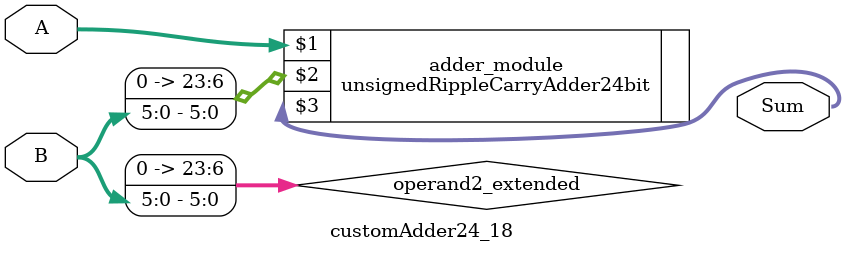
<source format=v>

module customAdder24_18(
                    input [23 : 0] A,
                    input [5 : 0] B,
                    
                    output [24 : 0] Sum
            );

    wire [23 : 0] operand2_extended;
    
    assign operand2_extended =  {18'b0, B};
    
    unsignedRippleCarryAdder24bit adder_module(
        A,
        operand2_extended,
        Sum
    );
    
endmodule
        
</source>
